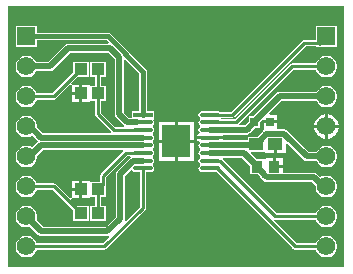
<source format=gbr>
G04*
G04 #@! TF.GenerationSoftware,Altium Limited,Altium Designer,22.4.2 (48)*
G04*
G04 Layer_Physical_Order=1*
G04 Layer_Color=255*
%FSLAX26Y26*%
%MOIN*%
G70*
G04*
G04 #@! TF.SameCoordinates,2AD52CA1-F133-4533-A991-55CBF92103CF*
G04*
G04*
G04 #@! TF.FilePolarity,Positive*
G04*
G01*
G75*
%ADD12C,0.010000*%
G04:AMPARAMS|DCode=14|XSize=65.174mil|YSize=14.991mil|CornerRadius=7.495mil|HoleSize=0mil|Usage=FLASHONLY|Rotation=0.000|XOffset=0mil|YOffset=0mil|HoleType=Round|Shape=RoundedRectangle|*
%AMROUNDEDRECTD14*
21,1,0.065174,0.000000,0,0,0.0*
21,1,0.050184,0.014991,0,0,0.0*
1,1,0.014991,0.025092,0.000000*
1,1,0.014991,-0.025092,0.000000*
1,1,0.014991,-0.025092,0.000000*
1,1,0.014991,0.025092,0.000000*
%
%ADD14ROUNDEDRECTD14*%
%ADD15R,0.065174X0.014991*%
%ADD16R,0.041532X0.039614*%
%ADD17R,0.037402X0.041339*%
%ADD18R,0.025591X0.027559*%
%ADD19R,0.047575X0.039848*%
%ADD20R,0.096850X0.109055*%
%ADD22C,0.061811*%
%ADD23R,0.061811X0.061811*%
%ADD24C,0.020000*%
%ADD25C,0.015000*%
G36*
X1120000Y0D02*
X0D01*
Y870000D01*
X1120000D01*
Y0D01*
D02*
G37*
%LPC*%
G36*
X1095906Y805905D02*
X1024094D01*
Y759290D01*
X986223D01*
X982321Y758514D01*
X979013Y756304D01*
X742472Y519763D01*
X703559D01*
X701203Y521337D01*
X696327Y522307D01*
X646144D01*
X641268Y521337D01*
X637135Y518576D01*
X634373Y514442D01*
X633404Y509567D01*
X634373Y504691D01*
X637135Y500558D01*
X638302Y499778D01*
Y493765D01*
X637135Y492985D01*
X634373Y488852D01*
X633404Y483976D01*
X634373Y479101D01*
X637135Y474968D01*
X638302Y474188D01*
Y468174D01*
X637135Y467394D01*
X634373Y463261D01*
X633404Y458386D01*
X634373Y453510D01*
X637135Y449377D01*
Y447817D01*
X633530Y445409D01*
X629663Y439622D01*
X629300Y437795D01*
X713171D01*
X713112Y438092D01*
X716045Y443092D01*
X794370D01*
X800223Y444256D01*
X805184Y447571D01*
X823834Y466221D01*
X837795D01*
Y482151D01*
X845735Y490090D01*
X845953Y490000D01*
X895945D01*
Y508779D01*
X870957D01*
X869043Y513399D01*
X910351Y554706D01*
X1027370D01*
X1031268Y547953D01*
X1037954Y541269D01*
X1046141Y536541D01*
X1055273Y534095D01*
X1064727D01*
X1073859Y536541D01*
X1082046Y541269D01*
X1088732Y547953D01*
X1093459Y556141D01*
X1095906Y565273D01*
Y574727D01*
X1093459Y583859D01*
X1088732Y592047D01*
X1082046Y598731D01*
X1073859Y603459D01*
X1064727Y605905D01*
X1055273D01*
X1046141Y603459D01*
X1037954Y598731D01*
X1031268Y592047D01*
X1027370Y585294D01*
X904016D01*
X898163Y584130D01*
X893201Y580814D01*
X816166Y503779D01*
X802205D01*
Y487849D01*
X788035Y473680D01*
X770807D01*
X768736Y478680D01*
X949860Y659804D01*
X1025560D01*
X1026541Y656141D01*
X1031268Y647953D01*
X1037954Y641269D01*
X1046141Y636541D01*
X1055273Y634095D01*
X1064727D01*
X1073859Y636541D01*
X1082046Y641269D01*
X1088732Y647953D01*
X1093459Y656141D01*
X1095906Y665273D01*
Y674727D01*
X1093459Y683859D01*
X1088732Y692047D01*
X1082046Y698731D01*
X1073859Y703459D01*
X1064727Y705905D01*
X1055273D01*
X1046141Y703459D01*
X1037954Y698731D01*
X1031268Y692047D01*
X1026541Y683859D01*
X1025560Y680196D01*
X945637D01*
X941735Y679420D01*
X938428Y677210D01*
X755390Y494172D01*
X710310D01*
X708809Y496772D01*
X710310Y499371D01*
X746695D01*
X750597Y500147D01*
X753905Y502357D01*
X990446Y738899D01*
X1024094D01*
Y734095D01*
X1037617D01*
X1039094Y733801D01*
X1040572Y734095D01*
X1095906D01*
Y805905D01*
D02*
G37*
G36*
X267197Y684807D02*
X215665D01*
Y649612D01*
X146249Y580196D01*
X94440D01*
X93459Y583859D01*
X88731Y592047D01*
X82046Y598731D01*
X73859Y603459D01*
X64727Y605905D01*
X55273D01*
X46141Y603459D01*
X37953Y598731D01*
X31268Y592047D01*
X26541Y583859D01*
X24095Y574727D01*
Y565273D01*
X26541Y556141D01*
X31268Y547953D01*
X37953Y541269D01*
X46141Y536541D01*
X55273Y534095D01*
X64727D01*
X73859Y536541D01*
X82046Y541269D01*
X88731Y547953D01*
X93459Y556141D01*
X94440Y559804D01*
X150472D01*
X154374Y560580D01*
X157682Y562790D01*
X206349Y611457D01*
X210665Y608703D01*
X210665Y605265D01*
Y585000D01*
X236431D01*
Y609807D01*
X215530D01*
X211770Y609807D01*
X209015Y614124D01*
X230084Y635193D01*
X267197D01*
Y684807D01*
D02*
G37*
G36*
X236431Y575000D02*
X210665D01*
Y550193D01*
X236431D01*
Y575000D01*
D02*
G37*
G36*
X1065385Y510906D02*
X1065000D01*
Y475000D01*
X1100906D01*
Y475385D01*
X1098118Y485789D01*
X1092733Y495117D01*
X1085117Y502733D01*
X1075789Y508118D01*
X1065385Y510906D01*
D02*
G37*
G36*
X1055000D02*
X1054615D01*
X1044211Y508118D01*
X1034883Y502733D01*
X1027267Y495117D01*
X1021882Y485789D01*
X1019095Y475385D01*
Y475000D01*
X1055000D01*
Y510906D01*
D02*
G37*
G36*
X95906Y805905D02*
X24095D01*
Y734095D01*
X95906D01*
Y757255D01*
X326337D01*
X333679Y749913D01*
X331766Y745294D01*
X200000D01*
X194147Y744130D01*
X189186Y740814D01*
X133665Y685294D01*
X92630D01*
X88731Y692047D01*
X82046Y698731D01*
X73859Y703459D01*
X64727Y705905D01*
X55273D01*
X46141Y703459D01*
X37953Y698731D01*
X31268Y692047D01*
X26541Y683859D01*
X24095Y674727D01*
Y665273D01*
X26541Y656141D01*
X31268Y647953D01*
X37953Y641269D01*
X46141Y636541D01*
X55273Y634095D01*
X64727D01*
X73859Y636541D01*
X82046Y641269D01*
X88731Y647953D01*
X92630Y654706D01*
X140000D01*
X145853Y655870D01*
X150814Y659186D01*
X206335Y714706D01*
X333462D01*
X354503Y693665D01*
Y680203D01*
X354706Y679181D01*
Y527035D01*
Y510000D01*
X355870Y504147D01*
X359186Y499186D01*
X384789Y473582D01*
X384580Y471819D01*
X383064Y468582D01*
X355837D01*
X308765Y515654D01*
Y555193D01*
X324335D01*
Y604807D01*
X308765D01*
Y635193D01*
X324335D01*
Y684807D01*
X272803D01*
Y635193D01*
X288373D01*
Y604807D01*
X272803Y604807D01*
X272197Y609556D01*
Y609807D01*
X246431D01*
Y580000D01*
Y550193D01*
X272197D01*
Y550444D01*
X272803Y555193D01*
X277197Y555193D01*
X288373D01*
Y511431D01*
X289149Y507529D01*
X291359Y504221D01*
X342492Y453089D01*
X340421Y448089D01*
X114854D01*
X95906Y467037D01*
Y474727D01*
X93459Y483859D01*
X88731Y492046D01*
X82046Y498731D01*
X73859Y503459D01*
X64727Y505906D01*
X55273D01*
X46141Y503459D01*
X37953Y498731D01*
X31268Y492046D01*
X26541Y483859D01*
X24095Y474727D01*
Y465273D01*
X26541Y456141D01*
X31268Y447954D01*
X37953Y441269D01*
X46141Y436541D01*
X55273Y434094D01*
X64727D01*
X73859Y436541D01*
X79745Y439940D01*
X96474Y423211D01*
X97235Y420000D01*
X96474Y416789D01*
X79745Y400060D01*
X73859Y403459D01*
X64727Y405906D01*
X55273D01*
X46141Y403459D01*
X37953Y398731D01*
X31268Y392046D01*
X26541Y383859D01*
X24095Y374727D01*
Y365273D01*
X26541Y356141D01*
X31268Y347954D01*
X37953Y341269D01*
X46141Y336541D01*
X55273Y334094D01*
X64727D01*
X73859Y336541D01*
X82046Y341269D01*
X88731Y347954D01*
X93459Y356141D01*
X95906Y365273D01*
Y372963D01*
X114854Y391911D01*
X380421D01*
X382492Y386911D01*
X307125Y311544D01*
X304915Y308236D01*
X304139Y304335D01*
Y284807D01*
X272803Y284807D01*
X272197Y289556D01*
Y289807D01*
X246431D01*
Y260000D01*
Y230193D01*
X272197D01*
Y230444D01*
X272803Y235193D01*
X277197Y235193D01*
X288373D01*
Y204807D01*
X272803D01*
Y155193D01*
X324335D01*
Y204807D01*
X308765D01*
Y235193D01*
X324335D01*
Y273822D01*
X324531Y274807D01*
Y300111D01*
X395837Y371418D01*
X405734D01*
X407251Y366418D01*
X404131Y364333D01*
X361658Y321861D01*
X358343Y316899D01*
X357179Y311046D01*
Y168808D01*
X323665Y135294D01*
X116335D01*
X93887Y157741D01*
X95906Y165273D01*
Y174727D01*
X93459Y183859D01*
X88731Y192047D01*
X82046Y198732D01*
X73859Y203459D01*
X64727Y205905D01*
X55273D01*
X46141Y203459D01*
X37953Y198732D01*
X31268Y192047D01*
X26541Y183859D01*
X24095Y174727D01*
Y165273D01*
X26541Y156141D01*
X31268Y147953D01*
X37953Y141268D01*
X46141Y136541D01*
X55273Y134095D01*
X64727D01*
X72259Y136113D01*
X99186Y109186D01*
X104147Y105870D01*
X110000Y104706D01*
X330000D01*
X334014Y105505D01*
X336477Y100897D01*
X315777Y80196D01*
X94440D01*
X93459Y83859D01*
X88731Y92046D01*
X82046Y98731D01*
X73859Y103459D01*
X64727Y105906D01*
X55273D01*
X46141Y103459D01*
X37953Y98731D01*
X31268Y92046D01*
X26541Y83859D01*
X24095Y74727D01*
Y65273D01*
X26541Y56141D01*
X31268Y47953D01*
X37953Y41269D01*
X46141Y36541D01*
X55273Y34094D01*
X64727D01*
X73859Y36541D01*
X82046Y41269D01*
X88731Y47953D01*
X93459Y56141D01*
X94440Y59804D01*
X320000D01*
X323902Y60580D01*
X327210Y62790D01*
X455974Y191555D01*
X458184Y194863D01*
X458960Y198764D01*
Y317693D01*
X473856D01*
X478732Y318663D01*
X482865Y321424D01*
X485627Y325558D01*
X486596Y330433D01*
X485627Y335309D01*
X482865Y339442D01*
X481698Y340222D01*
Y346235D01*
X482865Y347015D01*
X485627Y351148D01*
X486596Y356024D01*
X485627Y360899D01*
X482865Y365032D01*
X481698Y365812D01*
Y371826D01*
X482865Y372606D01*
X485627Y376739D01*
X486596Y381614D01*
X485627Y386490D01*
X482865Y390623D01*
X481698Y391403D01*
Y397416D01*
X482865Y398196D01*
X485627Y402329D01*
X486596Y407205D01*
X485627Y412080D01*
X482865Y416213D01*
X481698Y416993D01*
Y423007D01*
X482865Y423787D01*
X485627Y427920D01*
X486596Y432795D01*
X485627Y437671D01*
X482865Y441804D01*
X481698Y442584D01*
Y448597D01*
X482865Y449377D01*
X485627Y453510D01*
X486596Y458386D01*
X485627Y463261D01*
X482865Y467394D01*
X481698Y468174D01*
Y474188D01*
X482865Y474968D01*
X485627Y479101D01*
X486596Y483976D01*
X485627Y488852D01*
X483475Y492072D01*
X484531Y495396D01*
X485690Y497072D01*
X486352D01*
Y522062D01*
X461509D01*
Y652852D01*
X460539Y657729D01*
X457776Y661864D01*
X340628Y779012D01*
X336494Y781775D01*
X331616Y782745D01*
X95906D01*
Y805905D01*
D02*
G37*
G36*
X1100906Y465000D02*
X1065000D01*
Y429094D01*
X1065385D01*
X1075789Y431882D01*
X1085117Y437267D01*
X1092733Y444883D01*
X1098118Y454211D01*
X1100906Y464615D01*
Y465000D01*
D02*
G37*
G36*
X1055000D02*
X1019095D01*
Y464615D01*
X1021882Y454211D01*
X1027267Y444883D01*
X1034883Y437267D01*
X1044211Y431882D01*
X1054615Y429094D01*
X1055000D01*
Y465000D01*
D02*
G37*
G36*
X618425Y484527D02*
X565000D01*
Y425000D01*
X618425D01*
Y484527D01*
D02*
G37*
G36*
X555000D02*
X501575D01*
Y425000D01*
X555000D01*
Y484527D01*
D02*
G37*
G36*
X895945Y480000D02*
X850354D01*
Y461221D01*
X850354Y461221D01*
X850354D01*
X850078Y456335D01*
X849185Y455738D01*
X829834Y436387D01*
X828856Y434924D01*
X798074D01*
Y423896D01*
X716979D01*
X714180Y427795D01*
X629300D01*
X629663Y425969D01*
X633530Y420182D01*
X637135Y417773D01*
Y416213D01*
X634373Y412080D01*
X633404Y407205D01*
X634373Y402329D01*
X637135Y398196D01*
X638302Y397416D01*
Y391403D01*
X637135Y390623D01*
X634373Y386490D01*
X633404Y381614D01*
X634373Y376739D01*
X637135Y372606D01*
X638302Y371826D01*
Y365812D01*
X637135Y365032D01*
X634373Y360899D01*
X633404Y356024D01*
X634373Y351148D01*
X637135Y347015D01*
X638302Y346235D01*
Y340222D01*
X637135Y339442D01*
X634373Y335309D01*
X633404Y330433D01*
X634373Y325558D01*
X637135Y321424D01*
X641268Y318663D01*
X646144Y317693D01*
X694649D01*
X949551Y62790D01*
X952859Y60580D01*
X956761Y59804D01*
X1025560D01*
X1026541Y56141D01*
X1031268Y47953D01*
X1037954Y41269D01*
X1046141Y36541D01*
X1055273Y34094D01*
X1064727D01*
X1073859Y36541D01*
X1082046Y41269D01*
X1088732Y47953D01*
X1093459Y56141D01*
X1095906Y65273D01*
Y74727D01*
X1093459Y83859D01*
X1088732Y92046D01*
X1082046Y98731D01*
X1073859Y103459D01*
X1064727Y105906D01*
X1055273D01*
X1046141Y103459D01*
X1037954Y98731D01*
X1031268Y92046D01*
X1026541Y83859D01*
X1025560Y80196D01*
X960984D01*
X885598Y155582D01*
X888061Y160190D01*
X890000Y159804D01*
X1025560D01*
X1026541Y156141D01*
X1031268Y147953D01*
X1037954Y141268D01*
X1046141Y136541D01*
X1055273Y134095D01*
X1064727D01*
X1073859Y136541D01*
X1082046Y141268D01*
X1088732Y147953D01*
X1093459Y156141D01*
X1095906Y165273D01*
Y174727D01*
X1093459Y183859D01*
X1088732Y192047D01*
X1082046Y198732D01*
X1073859Y203459D01*
X1064727Y205905D01*
X1055273D01*
X1046141Y203459D01*
X1037954Y198732D01*
X1031268Y192047D01*
X1026541Y183859D01*
X1025560Y180196D01*
X894223D01*
X713099Y361320D01*
X714116Y365075D01*
X714996Y366320D01*
X779073D01*
X805684Y339710D01*
Y310000D01*
X831457D01*
X838336Y303121D01*
X841413Y298515D01*
X850743Y289186D01*
X855705Y285870D01*
X861557Y284706D01*
X1012351D01*
X1024094Y272963D01*
Y265273D01*
X1026541Y256141D01*
X1031268Y247953D01*
X1037954Y241268D01*
X1046141Y236541D01*
X1055273Y234095D01*
X1064727D01*
X1073859Y236541D01*
X1082046Y241268D01*
X1088732Y247953D01*
X1093459Y256141D01*
X1095906Y265273D01*
Y274727D01*
X1093459Y283859D01*
X1088732Y292046D01*
X1082046Y298731D01*
X1073859Y303459D01*
X1064727Y305906D01*
X1055273D01*
X1046141Y303459D01*
X1040255Y300060D01*
X1029500Y310814D01*
X1024539Y314130D01*
X1018686Y315294D01*
X915172D01*
Y330669D01*
X886471D01*
Y335669D01*
X881471D01*
Y366339D01*
X857770D01*
Y362099D01*
X853085Y361339D01*
Y361339D01*
X827313D01*
X808194Y380457D01*
X810108Y385076D01*
X855648D01*
X856213Y380310D01*
Y380076D01*
X885000D01*
Y410000D01*
X895000D01*
Y380076D01*
X923787D01*
Y412976D01*
X928407Y414889D01*
X984110Y359186D01*
X989072Y355870D01*
X994924Y354706D01*
X1027370D01*
X1031268Y347954D01*
X1037954Y341269D01*
X1046141Y336541D01*
X1055273Y334094D01*
X1064727D01*
X1073859Y336541D01*
X1082046Y341269D01*
X1088732Y347954D01*
X1093459Y356141D01*
X1095906Y365273D01*
Y374727D01*
X1093459Y383859D01*
X1088732Y392046D01*
X1082046Y398731D01*
X1073859Y403459D01*
X1064727Y405906D01*
X1055273D01*
X1046141Y403459D01*
X1037954Y398731D01*
X1031268Y392046D01*
X1027370Y385294D01*
X1001259D01*
X930815Y455738D01*
X925853Y459054D01*
X920001Y460218D01*
X900530D01*
X895945Y461221D01*
Y480000D01*
D02*
G37*
G36*
X618425Y415000D02*
X565000D01*
Y355473D01*
X618425D01*
Y415000D01*
D02*
G37*
G36*
X555000D02*
X501575D01*
Y355473D01*
X555000D01*
Y415000D01*
D02*
G37*
G36*
X915172Y366339D02*
X891471D01*
Y340669D01*
X915172D01*
Y366339D01*
D02*
G37*
G36*
X236431Y289807D02*
X210665D01*
Y265000D01*
X236431D01*
Y289807D01*
D02*
G37*
G36*
X64727Y305906D02*
X55273D01*
X46141Y303459D01*
X37953Y298731D01*
X31268Y292046D01*
X26541Y283859D01*
X24095Y274727D01*
Y265273D01*
X26541Y256141D01*
X31268Y247953D01*
X37953Y241268D01*
X46141Y236541D01*
X55273Y234095D01*
X64727D01*
X73859Y236541D01*
X82046Y241268D01*
X88731Y247953D01*
X93459Y256141D01*
X94440Y259804D01*
X146249D01*
X215665Y190388D01*
Y155193D01*
X267197D01*
Y204807D01*
X230084D01*
X209015Y225876D01*
X211770Y230193D01*
X215208Y230193D01*
X236431D01*
Y255000D01*
X210665D01*
Y235057D01*
X210665Y231297D01*
X206349Y228543D01*
X157682Y277210D01*
X154374Y279420D01*
X150472Y280196D01*
X94440D01*
X93459Y283859D01*
X88731Y292046D01*
X82046Y298731D01*
X73859Y303459D01*
X64727Y305906D01*
D02*
G37*
%LPD*%
G36*
X436019Y647573D02*
Y522062D01*
X411177D01*
Y499270D01*
X402358D01*
X385294Y516335D01*
Y527035D01*
Y680000D01*
X385091Y681023D01*
Y691969D01*
X389710Y693883D01*
X436019Y647573D01*
D02*
G37*
G36*
X413417Y323291D02*
X414664Y321424D01*
X418797Y318663D01*
X423673Y317693D01*
X438568D01*
Y202988D01*
X391576Y155995D01*
X386968Y158458D01*
X387767Y162473D01*
Y304712D01*
X407428Y324373D01*
X413417Y323291D01*
D02*
G37*
D12*
X746695Y509567D02*
X986223Y749095D01*
X671236Y509567D02*
X746695D01*
X986223Y749095D02*
X1039094D01*
X945637Y670000D02*
X1060000D01*
X759614Y483976D02*
X945637Y670000D01*
X671236Y483976D02*
X759614D01*
X299528Y260000D02*
X314335Y274807D01*
Y304335D01*
X298569Y260000D02*
X299528D01*
X391614Y381614D02*
X448764D01*
X314335Y304335D02*
X391614Y381614D01*
X429002Y483976D02*
X429957Y484931D01*
X369797Y680203D02*
X370000Y680000D01*
X60000Y270000D02*
X150472D01*
X240472Y180000D01*
X241431D01*
X298569D02*
Y260000D01*
X240472Y660000D02*
X241431D01*
X60000Y570000D02*
X150472D01*
X240472Y660000D01*
X298569Y580000D02*
Y660000D01*
Y511431D02*
Y580000D01*
X351614Y458386D02*
X448764D01*
X298569Y511431D02*
X351614Y458386D01*
X672191Y355069D02*
X704931D01*
X671236Y356024D02*
X672191Y355069D01*
X704931D02*
X890000Y170000D01*
X696327Y330433D02*
X956761Y70000D01*
X1060000D01*
X671236Y330433D02*
X696327D01*
X890000Y170000D02*
X1060000D01*
X320000Y70000D02*
X448764Y198764D01*
Y330433D01*
X60000Y70000D02*
X320000D01*
D14*
X671236Y509567D02*
D03*
Y483976D02*
D03*
Y458386D02*
D03*
Y432795D02*
D03*
Y407205D02*
D03*
Y381614D02*
D03*
Y356024D02*
D03*
Y330433D02*
D03*
X448764D02*
D03*
Y356024D02*
D03*
Y381614D02*
D03*
Y407205D02*
D03*
Y432795D02*
D03*
Y458386D02*
D03*
Y483976D02*
D03*
D15*
Y509567D02*
D03*
D16*
X241431Y580000D02*
D03*
X298569D02*
D03*
X241431Y180000D02*
D03*
X298569D02*
D03*
X241431Y260000D02*
D03*
X298569D02*
D03*
X241431Y660000D02*
D03*
X298569D02*
D03*
D17*
X886471Y335669D02*
D03*
X829385D02*
D03*
D18*
X873150Y485000D02*
D03*
X820000D02*
D03*
D19*
X826861Y410000D02*
D03*
X890000D02*
D03*
D20*
X560000Y420000D02*
D03*
D22*
X1060000Y70000D02*
D03*
Y170000D02*
D03*
Y270000D02*
D03*
Y370000D02*
D03*
Y470000D02*
D03*
Y570000D02*
D03*
Y670000D02*
D03*
X60000Y70000D02*
D03*
Y170000D02*
D03*
Y270000D02*
D03*
Y370000D02*
D03*
Y470000D02*
D03*
Y570000D02*
D03*
Y670000D02*
D03*
D23*
X1060000Y770000D02*
D03*
X60000D02*
D03*
D24*
X820000Y485984D02*
X904016Y570000D01*
X1060000D01*
X820000Y485000D02*
Y485984D01*
X794370Y458386D02*
X820000Y484016D01*
Y485000D01*
X829385Y333701D02*
X852228Y310858D01*
Y309330D02*
Y310858D01*
Y309330D02*
X861557Y300000D01*
X1018686D01*
X1048686Y270000D01*
X829385Y333701D02*
Y335669D01*
X1048686Y270000D02*
X1060000D01*
X829385Y335669D02*
Y337638D01*
X785408Y381614D02*
X829385Y337638D01*
X671236Y381614D02*
X785408D01*
X1039094Y749095D02*
X1060000Y770000D01*
X671236Y458386D02*
X794370D01*
X826861Y410000D02*
X830724D01*
X840648Y419924D01*
Y425573D01*
X859999Y444924D01*
X920001D01*
X994924Y370000D01*
X1060000D01*
X672633Y408602D02*
X825463D01*
X826861Y410000D01*
X110000Y120000D02*
X330000D01*
X60000Y170000D02*
X110000Y120000D01*
X330000D02*
X372473Y162473D01*
Y311046D01*
X414945Y353519D01*
X446260D01*
X448764Y356024D01*
X71314Y370000D02*
X108519Y407205D01*
X448764D01*
X60000Y370000D02*
X71314D01*
X60000Y470000D02*
X71314D01*
X108519Y432795D02*
X448764D01*
X71314Y470000D02*
X108519Y432795D01*
X396024Y483976D02*
X429002D01*
X370000Y510000D02*
X396024Y483976D01*
X370000Y510000D02*
Y527035D01*
X60000Y670000D02*
X140000D01*
X200000Y730000D01*
X339797D01*
X369797Y700000D01*
Y680203D02*
Y700000D01*
X370000Y527035D02*
Y680000D01*
D25*
X60000Y770000D02*
X331616D01*
X448764Y652852D01*
Y509567D02*
Y652852D01*
M02*

</source>
